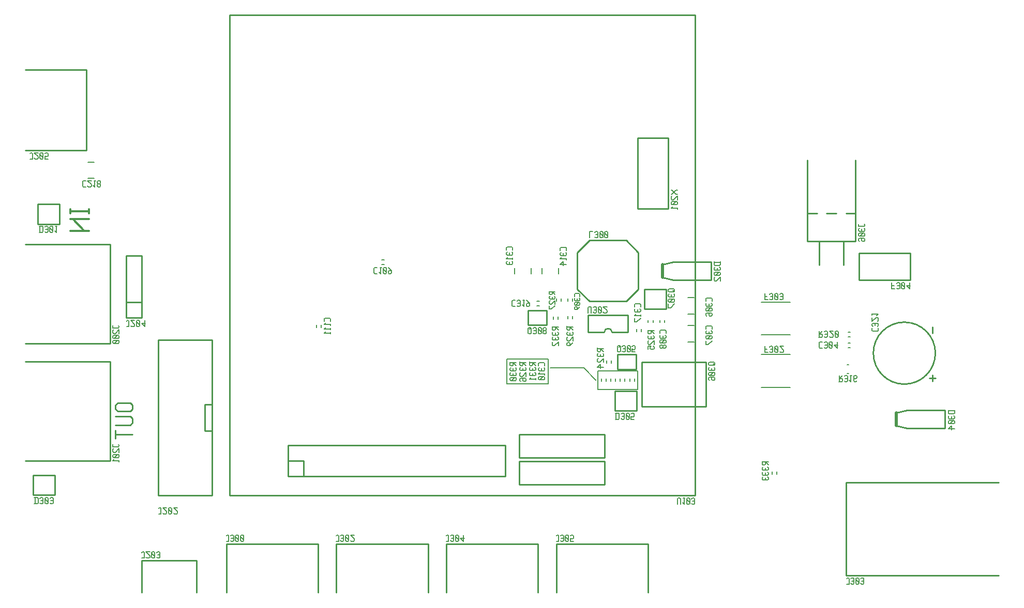
<source format=gbr>
G04 start of page 10 for group -4078 idx -4078 *
G04 Title: Power Board, bottomsilk *
G04 Creator: pcb 20110918 *
G04 CreationDate: Wed 12 Sep 2012 08:57:34 PM GMT UTC *
G04 For: rob *
G04 Format: Gerber/RS-274X *
G04 PCB-Dimensions: 653543 393701 *
G04 PCB-Coordinate-Origin: lower left *
%MOIN*%
%FSLAX25Y25*%
%LNBOTTOMSILK*%
%ADD221C,0.0079*%
%ADD220C,0.0200*%
%ADD219C,0.0080*%
%ADD218C,0.0100*%
%ADD217C,0.0098*%
%ADD216C,0.0119*%
%ADD215C,0.0110*%
%ADD214C,0.0079*%
G54D214*X373425Y156299D02*X381299Y148425D01*
X351772Y156299D02*X373425D01*
X382677Y142520D02*X408071D01*
Y154331D01*
X382677D01*
Y142520D01*
X323819Y146063D02*X350591D01*
Y162008D01*
X323819D01*
Y146063D01*
G54D215*X73038Y133859D02*X81318D01*
X73038D02*X71658Y132479D01*
Y129719D02*Y132479D01*
Y129719D02*X73038Y128339D01*
X81318D01*
X82698Y129719D02*X81318Y128339D01*
X82698Y129719D02*Y132479D01*
X81318Y133859D02*X82698Y132479D01*
X71658Y125027D02*X81318D01*
X82698Y123647D01*
Y120887D02*Y123647D01*
Y120887D02*X81318Y119507D01*
X71658D02*X81318D01*
X71658Y110675D02*Y116195D01*
Y113435D02*X82698D01*
G54D216*X42547Y255879D02*Y258859D01*
Y257369D02*X54467D01*
Y255879D02*Y258859D01*
X42547Y252303D02*X54467D01*
X42547D02*X44037D01*
X51487Y244853D01*
X42547D02*X54467D01*
G54D217*X133742Y174273D02*Y74155D01*
X99096Y174273D02*Y74155D01*
Y174273D02*X133742D01*
X99096Y74155D02*X133742D01*
X129214Y132679D02*X133742D01*
X129214Y115749D02*X133742D01*
X129214Y132679D02*Y115749D01*
G54D218*X21610Y261912D02*X35510D01*
Y249112D01*
X21610D02*X35510D01*
X21610Y261912D02*Y249112D01*
G54D219*X53938Y278544D02*X57874D01*
X53938Y289172D02*X57874D01*
G54D218*X13415Y236155D02*X68190D01*
Y172155D01*
X13415D02*X68190D01*
X88465Y198623D02*Y188623D01*
X78465Y198623D02*X88465D01*
Y188623D02*X78465D01*
X88465Y228623D02*Y188623D01*
X78465Y228623D02*X88465D01*
X78465Y188623D02*Y228623D01*
X18528Y87146D02*X32428D01*
Y74346D01*
X18528D02*X32428D01*
X18528Y87146D02*Y74346D01*
X13415Y160211D02*X68190D01*
Y96211D01*
X13415D02*X68190D01*
G54D217*X88544Y31890D02*X124016D01*
Y11418D01*
X88544Y31890D02*Y11418D01*
X542481Y82325D02*X640906D01*
X542481Y22403D02*X640906D01*
X542481D02*Y82325D01*
G54D219*X543307Y152757D02*X544093D01*
X543307Y158267D02*X544093D01*
G54D214*X543701Y176445D02*X545275D01*
X543701Y179461D02*X545275D01*
G54D218*X598079Y151827D02*Y147827D01*
X596079Y149827D02*X600079D01*
X598079Y182827D02*Y178827D01*
X580079Y145827D02*G75*G03X580079Y145827I0J20000D01*G01*
G54D220*X574901Y127435D02*Y119023D01*
G54D218*Y127435D02*X581901Y129135D01*
X606201D01*
Y117323D01*
X581901D02*X606201D01*
X574901Y119023D02*X581901Y117323D01*
G54D214*X543701Y169359D02*X545275D01*
X543701Y172375D02*X545275D01*
G54D217*X517479Y237914D02*X548661D01*
X517479D02*Y290434D01*
X548661Y237914D02*Y290434D01*
X517479Y256103D02*X523716D01*
X529952D02*X536188D01*
X542424D02*X548661D01*
X525275Y222639D02*Y237914D01*
X540865Y222639D02*Y237914D01*
G54D214*X487992Y198820D02*X506496D01*
X487992Y177560D02*X506496D01*
X487992Y164961D02*X506496D01*
X487992Y143701D02*X506496D01*
G54D221*X494949Y89370D02*Y87796D01*
X497965Y89370D02*Y87796D01*
G54D218*X410801Y131470D02*X452201D01*
X410801Y159970D02*Y131470D01*
Y159970D02*X452201D01*
Y131470D01*
G54D214*X394028Y149374D02*Y147800D01*
X391012Y149374D02*Y147800D01*
G54D218*X395224Y155536D02*X407124D01*
X395224Y164936D02*Y155536D01*
Y164936D02*X407124D01*
Y155536D01*
G54D214*X391272Y161023D02*Y159449D01*
X388256Y161023D02*Y159449D01*
X406232Y149374D02*Y147800D01*
X403216Y149374D02*Y147800D01*
X399933Y149374D02*Y147800D01*
X396917Y149374D02*Y147800D01*
X384712Y149374D02*Y147800D01*
X387728Y149374D02*Y147800D01*
G54D218*X393624Y128640D02*X407524D01*
X393624Y141440D02*Y128640D01*
Y141440D02*X407524D01*
Y128640D01*
G54D217*X550946Y212993D02*X584016D01*
X550946D02*Y230315D01*
X584016D01*
Y212993D02*Y230315D01*
G54D219*X440552Y183661D02*X444488D01*
X440552Y173033D02*X444488D01*
X440552Y201771D02*X444488D01*
X440552Y191143D02*X444488D01*
G54D218*X412620Y207150D02*Y194350D01*
X426520D01*
Y207150D02*Y194350D01*
X412620Y207150D02*X426520D01*
X445276Y384016D02*Y74016D01*
X145276Y384016D02*X445276D01*
X145276D02*Y74016D01*
X445276D01*
X182776Y106516D02*Y86516D01*
Y106516D02*X322776D01*
Y86516D01*
X182776D02*X322776D01*
X182776Y96516D02*X192776D01*
Y86516D01*
X331776Y96016D02*Y81016D01*
Y96016D02*X386776D01*
Y81016D01*
X331776D02*X386776D01*
X331776Y113516D02*Y98516D01*
Y113516D02*X386776D01*
Y98516D01*
X331776D02*X386776D01*
G54D219*X328938Y220865D02*Y216929D01*
X339566Y220865D02*Y216929D01*
G54D218*X401984Y179256D02*X391673D01*
X376362D02*X386673D01*
X401984Y190232D02*Y179256D01*
X376362Y190232D02*X401984D01*
X376362Y179256D02*Y190232D01*
X391673Y179256D02*G75*G03X386673Y179256I-2500J0D01*G01*
G54D214*X363256Y201020D02*Y199446D01*
X366272Y201020D02*Y199446D01*
X343343Y196327D02*X344917D01*
X343343Y199343D02*X344917D01*
X243147Y225918D02*X244721D01*
X243147Y222902D02*X244721D01*
G54D217*X13465Y296851D02*X52835D01*
X13465Y348819D02*X52835D01*
Y296851D02*Y348819D01*
G54D214*X204264Y184020D02*Y182446D01*
X201248Y184020D02*Y182446D01*
G54D218*X213978Y42718D02*Y11222D01*
X273034Y42718D02*Y11222D01*
X213978Y42718D02*X273034D01*
X355707Y42717D02*Y11221D01*
X414763Y42717D02*Y11221D01*
X355707Y42717D02*X414763D01*
G54D217*X408661Y230709D02*X400787Y238583D01*
X408661Y230709D02*Y207087D01*
X400787Y199213D02*X408661Y207087D01*
X377165Y199213D02*X400787D01*
X369291Y207087D02*X377165Y199213D01*
X369291Y230709D02*Y207087D01*
X377165Y238583D02*X369291Y230709D01*
X377165Y238583D02*X400787D01*
G54D218*X143112Y42719D02*Y11223D01*
X202168Y42719D02*Y11223D01*
X143112Y42719D02*X202168D01*
X284843Y42718D02*Y11222D01*
X343899Y42718D02*Y11222D01*
X284843Y42718D02*X343899D01*
G54D217*X427954Y304824D02*Y259154D01*
X408268D02*X427954D01*
X408268Y304824D02*Y259154D01*
Y304824D02*X427954D01*
G54D214*X415027Y187169D02*Y185595D01*
X418043Y187169D02*Y185595D01*
X422508Y187169D02*Y185595D01*
X425524Y187169D02*Y185595D01*
X407547Y181335D02*Y179761D01*
X410563Y181335D02*Y179761D01*
G54D218*X424311Y214692D02*X431311Y212992D01*
X455611D02*X431311D01*
X455611Y224804D02*Y212992D01*
X431311Y224804D02*X455611D01*
X424311Y223104D02*X431311Y224804D01*
G54D220*X424311Y214692D02*Y223104D01*
G54D219*X346458Y220865D02*Y216929D01*
X357086Y220865D02*Y216929D01*
G54D214*X356823Y189406D02*Y187832D01*
X353807Y189406D02*Y187832D01*
X366272Y189603D02*Y188029D01*
X363256Y189603D02*Y188029D01*
X358988Y201020D02*Y199446D01*
X355972Y201020D02*Y199446D01*
G54D218*X337647Y193421D02*Y184021D01*
X349547D01*
Y193421D02*Y184021D01*
X337647Y193421D02*X349547D01*
G54D214*X327638Y232255D02*Y233755D01*
X327138Y234255D02*X327638Y233755D01*
X324138Y234255D02*X327138D01*
X324138D02*X323638Y233755D01*
Y232255D02*Y233755D01*
X324138Y231055D02*X323638Y230555D01*
Y229555D02*Y230555D01*
Y229555D02*X324138Y229055D01*
X327138D01*
X327638Y229555D02*X327138Y229055D01*
X327638Y229555D02*Y230555D01*
X327138Y231055D02*X327638Y230555D01*
X325638Y229055D02*Y230555D01*
X327638Y226355D02*Y227355D01*
X323638Y226855D02*X327638D01*
X324638Y227855D02*X323638Y226855D01*
X324138Y225155D02*X323638Y224655D01*
Y223655D02*Y224655D01*
Y223655D02*X324138Y223155D01*
X327138D01*
X327638Y223655D02*X327138Y223155D01*
X327638Y223655D02*Y224655D01*
X327138Y225155D02*X327638Y224655D01*
X325638Y223155D02*Y224655D01*
X353167Y181178D02*Y183178D01*
Y181178D02*X353667Y180678D01*
X354667D01*
X355167Y181178D02*X354667Y180678D01*
X355167Y181178D02*Y182678D01*
X353167D02*X357167D01*
X355167D02*X357167Y180678D01*
X353667Y179478D02*X353167Y178978D01*
Y177978D02*Y178978D01*
Y177978D02*X353667Y177478D01*
X356667D01*
X357167Y177978D02*X356667Y177478D01*
X357167Y177978D02*Y178978D01*
X356667Y179478D02*X357167Y178978D01*
X355167Y177478D02*Y178978D01*
X353667Y176278D02*X353167Y175778D01*
Y174778D02*Y175778D01*
Y174778D02*X353667Y174278D01*
X356667D01*
X357167Y174778D02*X356667Y174278D01*
X357167Y174778D02*Y175778D01*
X356667Y176278D02*X357167Y175778D01*
X355167Y174278D02*Y175778D01*
X353667Y173078D02*X353167Y172578D01*
Y171078D02*Y172578D01*
Y171078D02*X353667Y170578D01*
X354667D01*
X357167Y173078D02*X354667Y170578D01*
X357167D02*Y173078D01*
X362614Y181232D02*Y183232D01*
Y181232D02*X363114Y180732D01*
X364114D01*
X364614Y181232D02*X364114Y180732D01*
X364614Y181232D02*Y182732D01*
X362614D02*X366614D01*
X364614D02*X366614Y180732D01*
X363114Y179532D02*X362614Y179032D01*
Y178032D02*Y179032D01*
Y178032D02*X363114Y177532D01*
X366114D01*
X366614Y178032D02*X366114Y177532D01*
X366614Y178032D02*Y179032D01*
X366114Y179532D02*X366614Y179032D01*
X364614Y177532D02*Y179032D01*
X363114Y176332D02*X362614Y175832D01*
Y174332D02*Y175832D01*
Y174332D02*X363114Y173832D01*
X364114D01*
X366614Y176332D02*X364114Y173832D01*
X366614D02*Y176332D01*
Y172632D02*X364614Y170632D01*
X363114D02*X364614D01*
X362614Y171132D02*X363114Y170632D01*
X362614Y171132D02*Y172132D01*
X363114Y172632D02*X362614Y172132D01*
X363114Y172632D02*X364114D01*
X364614Y172132D01*
Y170632D02*Y172132D01*
X337647Y178797D02*Y181797D01*
Y178797D02*X338147Y178297D01*
X339147D01*
X339647Y178797D01*
Y181797D01*
X339147Y182297D02*X339647Y181797D01*
X338147Y182297D02*X339147D01*
X337647Y181797D02*X338147Y182297D01*
X338647Y181297D02*X339647Y182297D01*
X340847Y178797D02*X341347Y178297D01*
X342347D01*
X342847Y178797D01*
Y181797D01*
X342347Y182297D02*X342847Y181797D01*
X341347Y182297D02*X342347D01*
X340847Y181797D02*X341347Y182297D01*
Y180297D02*X342847D01*
X344047Y181797D02*X344547Y182297D01*
X344047Y178797D02*Y181797D01*
Y178797D02*X344547Y178297D01*
X345547D01*
X346047Y178797D01*
Y181797D01*
X345547Y182297D02*X346047Y181797D01*
X344547Y182297D02*X345547D01*
X344047Y181297D02*X346047Y179297D01*
X347247Y181797D02*X347747Y182297D01*
X347247Y180797D02*Y181797D01*
Y180797D02*X347747Y180297D01*
X348747D01*
X349247Y180797D01*
Y181797D01*
X348747Y182297D02*X349247Y181797D01*
X347747Y182297D02*X348747D01*
X347247Y179797D02*X347747Y180297D01*
X347247Y178797D02*Y179797D01*
Y178797D02*X347747Y178297D01*
X348747D01*
X349247Y178797D01*
Y179797D01*
X348747Y180297D02*X349247Y179797D01*
X351283Y204092D02*Y205872D01*
Y204092D02*X351728Y203647D01*
X352618D01*
X353063Y204092D02*X352618Y203647D01*
X353063Y204092D02*Y205427D01*
X351283D02*X354843D01*
X353063D02*X354843Y203647D01*
X351728Y202579D02*X351283Y202134D01*
Y201244D02*Y202134D01*
Y201244D02*X351728Y200799D01*
X354398D01*
X354843Y201244D02*X354398Y200799D01*
X354843Y201244D02*Y202134D01*
X354398Y202579D02*X354843Y202134D01*
X353063Y200799D02*Y202134D01*
X351728Y199731D02*X351283Y199286D01*
Y197951D02*Y199286D01*
Y197951D02*X351728Y197506D01*
X352618D01*
X354843Y199731D02*X352618Y197506D01*
X354843D02*Y199731D01*
Y196438D02*X352618Y194213D01*
X351283D02*X352618D01*
X351283D02*Y196438D01*
X327827Y199883D02*X329327D01*
X327327Y199383D02*X327827Y199883D01*
X327327Y196383D02*Y199383D01*
Y196383D02*X327827Y195883D01*
X329327D01*
X330527Y196383D02*X331027Y195883D01*
X332027D01*
X332527Y196383D01*
Y199383D01*
X332027Y199883D02*X332527Y199383D01*
X331027Y199883D02*X332027D01*
X330527Y199383D02*X331027Y199883D01*
Y197883D02*X332527D01*
X334227Y199883D02*X335227D01*
X334727Y195883D02*Y199883D01*
X333727Y196883D02*X334727Y195883D01*
X336427Y199883D02*X338427Y197883D01*
Y196383D02*Y197883D01*
X337927Y195883D02*X338427Y196383D01*
X336927Y195883D02*X337927D01*
X336427Y196383D02*X336927Y195883D01*
X336427Y196383D02*Y197383D01*
X336927Y197883D01*
X338427D01*
X362283Y232056D02*Y233556D01*
X361783Y234056D02*X362283Y233556D01*
X358783Y234056D02*X361783D01*
X358783D02*X358283Y233556D01*
Y232056D02*Y233556D01*
X358783Y230856D02*X358283Y230356D01*
Y229356D02*Y230356D01*
Y229356D02*X358783Y228856D01*
X361783D01*
X362283Y229356D02*X361783Y228856D01*
X362283Y229356D02*Y230356D01*
X361783Y230856D02*X362283Y230356D01*
X360283Y228856D02*Y230356D01*
X362283Y226156D02*Y227156D01*
X358283Y226656D02*X362283D01*
X359283Y227656D02*X358283Y226656D01*
X360283Y224956D02*X358283Y222956D01*
X360283Y222456D02*Y224956D01*
X358283Y222956D02*X362283D01*
X332299Y158272D02*Y160272D01*
Y158272D02*X332799Y157772D01*
X333799D01*
X334299Y158272D02*X333799Y157772D01*
X334299Y158272D02*Y159772D01*
X332299D02*X336299D01*
X334299D02*X336299Y157772D01*
X332799Y156572D02*X332299Y156072D01*
Y155072D02*Y156072D01*
Y155072D02*X332799Y154572D01*
X335799D01*
X336299Y155072D02*X335799Y154572D01*
X336299Y155072D02*Y156072D01*
X335799Y156572D02*X336299Y156072D01*
X334299Y154572D02*Y156072D01*
X332799Y153372D02*X332299Y152872D01*
Y151372D02*Y152872D01*
Y151372D02*X332799Y150872D01*
X333799D01*
X336299Y153372D02*X333799Y150872D01*
X336299D02*Y153372D01*
X332299Y148172D02*X332799Y147672D01*
X332299Y148172D02*Y149172D01*
X332799Y149672D02*X332299Y149172D01*
X332799Y149672D02*X335799D01*
X336299Y149172D01*
X334299Y148172D02*X334799Y147672D01*
X334299Y148172D02*Y149672D01*
X336299Y148172D02*Y149172D01*
Y148172D02*X335799Y147672D01*
X334799D02*X335799D01*
X326001Y158202D02*Y160202D01*
Y158202D02*X326501Y157702D01*
X327501D01*
X328001Y158202D02*X327501Y157702D01*
X328001Y158202D02*Y159702D01*
X326001D02*X330001D01*
X328001D02*X330001Y157702D01*
X326501Y156502D02*X326001Y156002D01*
Y155002D02*Y156002D01*
Y155002D02*X326501Y154502D01*
X329501D01*
X330001Y155002D02*X329501Y154502D01*
X330001Y155002D02*Y156002D01*
X329501Y156502D02*X330001Y156002D01*
X328001Y154502D02*Y156002D01*
X326501Y153302D02*X326001Y152802D01*
Y151802D02*Y152802D01*
Y151802D02*X326501Y151302D01*
X329501D01*
X330001Y151802D02*X329501Y151302D01*
X330001Y151802D02*Y152802D01*
X329501Y153302D02*X330001Y152802D01*
X328001Y151302D02*Y152802D01*
X329501Y150102D02*X330001Y149602D01*
X326501Y150102D02*X329501D01*
X326501D02*X326001Y149602D01*
Y148602D02*Y149602D01*
Y148602D02*X326501Y148102D01*
X329501D01*
X330001Y148602D02*X329501Y148102D01*
X330001Y148602D02*Y149602D01*
X329001Y150102D02*X327001Y148102D01*
X348308Y157681D02*Y159181D01*
X347808Y159681D02*X348308Y159181D01*
X344808Y159681D02*X347808D01*
X344808D02*X344308Y159181D01*
Y157681D02*Y159181D01*
X344808Y156481D02*X344308Y155981D01*
Y154981D02*Y155981D01*
Y154981D02*X344808Y154481D01*
X347808D01*
X348308Y154981D02*X347808Y154481D01*
X348308Y154981D02*Y155981D01*
X347808Y156481D02*X348308Y155981D01*
X346308Y154481D02*Y155981D01*
X348308Y151781D02*Y152781D01*
X344308Y152281D02*X348308D01*
X345308Y153281D02*X344308Y152281D01*
X347808Y150581D02*X348308Y150081D01*
X344808Y150581D02*X347808D01*
X344808D02*X344308Y150081D01*
Y149081D02*Y150081D01*
Y149081D02*X344808Y148581D01*
X347808D01*
X348308Y149081D02*X347808Y148581D01*
X348308Y149081D02*Y150081D01*
X347308Y150581D02*X345308Y148581D01*
X338401Y158271D02*Y160271D01*
Y158271D02*X338901Y157771D01*
X339901D01*
X340401Y158271D02*X339901Y157771D01*
X340401Y158271D02*Y159771D01*
X338401D02*X342401D01*
X340401D02*X342401Y157771D01*
X338901Y156571D02*X338401Y156071D01*
Y155071D02*Y156071D01*
Y155071D02*X338901Y154571D01*
X341901D01*
X342401Y155071D02*X341901Y154571D01*
X342401Y155071D02*Y156071D01*
X341901Y156571D02*X342401Y156071D01*
X340401Y154571D02*Y156071D01*
X338901Y153371D02*X338401Y152871D01*
Y151871D02*Y152871D01*
Y151871D02*X338901Y151371D01*
X341901D01*
X342401Y151871D02*X341901Y151371D01*
X342401Y151871D02*Y152871D01*
X341901Y153371D02*X342401Y152871D01*
X340401Y151371D02*Y152871D01*
X342401Y148671D02*Y149671D01*
X338401Y149171D02*X342401D01*
X339401Y150171D02*X338401Y149171D01*
X370986Y202518D02*Y203853D01*
X370541Y204298D02*X370986Y203853D01*
X367871Y204298D02*X370541D01*
X367871D02*X367426Y203853D01*
Y202518D02*Y203853D01*
X367871Y201450D02*X367426Y201005D01*
Y200115D02*Y201005D01*
Y200115D02*X367871Y199670D01*
X370541D01*
X370986Y200115D02*X370541Y199670D01*
X370986Y200115D02*Y201005D01*
X370541Y201450D02*X370986Y201005D01*
X369206Y199670D02*Y201005D01*
X370541Y198602D02*X370986Y198157D01*
X367871Y198602D02*X370541D01*
X367871D02*X367426Y198157D01*
Y197267D02*Y198157D01*
Y197267D02*X367871Y196822D01*
X370541D01*
X370986Y197267D02*X370541Y196822D01*
X370986Y197267D02*Y198157D01*
X370096Y198602D02*X368316Y196822D01*
X370986Y195754D02*X369206Y193974D01*
X367871D02*X369206D01*
X367426Y194419D02*X367871Y193974D01*
X367426Y194419D02*Y195309D01*
X367871Y195754D02*X367426Y195309D01*
X367871Y195754D02*X368761D01*
X369206Y195309D01*
Y193974D02*Y195309D01*
X542912Y16749D02*X544412D01*
Y20249D01*
X543912Y20749D02*X544412Y20249D01*
X543412Y20749D02*X543912D01*
X542912Y20249D02*X543412Y20749D01*
X545612Y17249D02*X546112Y16749D01*
X547112D01*
X547612Y17249D01*
Y20249D01*
X547112Y20749D02*X547612Y20249D01*
X546112Y20749D02*X547112D01*
X545612Y20249D02*X546112Y20749D01*
Y18749D02*X547612D01*
X548812Y20249D02*X549312Y20749D01*
X548812Y17249D02*Y20249D01*
Y17249D02*X549312Y16749D01*
X550312D01*
X550812Y17249D01*
Y20249D01*
X550312Y20749D02*X550812Y20249D01*
X549312Y20749D02*X550312D01*
X548812Y19749D02*X550812Y17749D01*
X552012Y17249D02*X552512Y16749D01*
X553512D01*
X554012Y17249D01*
Y20249D01*
X553512Y20749D02*X554012Y20249D01*
X552512Y20749D02*X553512D01*
X552012Y20249D02*X552512Y20749D01*
Y18749D02*X554012D01*
X608428Y128634D02*X612428D01*
X608428Y127134D02*X608928Y126634D01*
X611928D01*
X612428Y127134D02*X611928Y126634D01*
X612428Y127134D02*Y129134D01*
X608428Y127134D02*Y129134D01*
X608928Y125434D02*X608428Y124934D01*
Y123934D02*Y124934D01*
Y123934D02*X608928Y123434D01*
X611928D01*
X612428Y123934D02*X611928Y123434D01*
X612428Y123934D02*Y124934D01*
X611928Y125434D02*X612428Y124934D01*
X610428Y123434D02*Y124934D01*
X611928Y122234D02*X612428Y121734D01*
X608928Y122234D02*X611928D01*
X608928D02*X608428Y121734D01*
Y120734D02*Y121734D01*
Y120734D02*X608928Y120234D01*
X611928D01*
X612428Y120734D02*X611928Y120234D01*
X612428Y120734D02*Y121734D01*
X611428Y122234D02*X609428Y120234D01*
X610428Y119034D02*X608428Y117034D01*
X610428Y116534D02*Y119034D01*
X608428Y117034D02*X612428D01*
X537795Y147458D02*X539795D01*
X540295Y147958D01*
Y148958D01*
X539795Y149458D02*X540295Y148958D01*
X538295Y149458D02*X539795D01*
X538295Y147458D02*Y151458D01*
Y149458D02*X540295Y151458D01*
X541495Y147958D02*X541995Y147458D01*
X542995D01*
X543495Y147958D01*
Y150958D01*
X542995Y151458D02*X543495Y150958D01*
X541995Y151458D02*X542995D01*
X541495Y150958D02*X541995Y151458D01*
Y149458D02*X543495D01*
X545195Y151458D02*X546195D01*
X545695Y147458D02*Y151458D01*
X544695Y148458D02*X545695Y147458D01*
X548895D02*X549395Y147958D01*
X547895Y147458D02*X548895D01*
X547395Y147958D02*X547895Y147458D01*
X547395Y147958D02*Y150958D01*
X547895Y151458D01*
X548895Y149458D02*X549395Y149958D01*
X547395Y149458D02*X548895D01*
X547895Y151458D02*X548895D01*
X549395Y150958D01*
Y149958D02*Y150958D01*
X571891Y207302D02*Y211302D01*
Y207302D02*X573891D01*
X571891Y209302D02*X573391D01*
X575091Y207802D02*X575591Y207302D01*
X576591D01*
X577091Y207802D01*
Y210802D01*
X576591Y211302D02*X577091Y210802D01*
X575591Y211302D02*X576591D01*
X575091Y210802D02*X575591Y211302D01*
Y209302D02*X577091D01*
X578291Y210802D02*X578791Y211302D01*
X578291Y207802D02*Y210802D01*
Y207802D02*X578791Y207302D01*
X579791D01*
X580291Y207802D01*
Y210802D01*
X579791Y211302D02*X580291Y210802D01*
X578791Y211302D02*X579791D01*
X578291Y210302D02*X580291Y208302D01*
X581491Y209302D02*X583491Y207302D01*
X581491Y209302D02*X583991D01*
X583491Y207302D02*Y211302D01*
X559252Y180422D02*Y181922D01*
X559752Y179922D02*X559252Y180422D01*
X559752Y179922D02*X562752D01*
X563252Y180422D01*
Y181922D01*
X562752Y183122D02*X563252Y183622D01*
Y184622D01*
X562752Y185122D01*
X559752D02*X562752D01*
X559252Y184622D02*X559752Y185122D01*
X559252Y183622D02*Y184622D01*
X559752Y183122D02*X559252Y183622D01*
X561252D02*Y185122D01*
X562752Y186322D02*X563252Y186822D01*
Y188322D01*
X562752Y188822D01*
X561752D02*X562752D01*
X559252Y186322D02*X561752Y188822D01*
X559252Y186322D02*Y188822D01*
Y190522D02*Y191522D01*
Y191022D02*X563252D01*
X562252Y190022D02*X563252Y191022D01*
X550605Y247633D02*Y249133D01*
Y247633D02*X554105D01*
X554605Y248133D02*X554105Y247633D01*
X554605Y248133D02*Y248633D01*
X554105Y249133D02*X554605Y248633D01*
X551105Y246433D02*X550605Y245933D01*
Y244933D02*Y245933D01*
Y244933D02*X551105Y244433D01*
X554105D01*
X554605Y244933D02*X554105Y244433D01*
X554605Y244933D02*Y245933D01*
X554105Y246433D02*X554605Y245933D01*
X552605Y244433D02*Y245933D01*
X554105Y243233D02*X554605Y242733D01*
X551105Y243233D02*X554105D01*
X551105D02*X550605Y242733D01*
Y241733D02*Y242733D01*
Y241733D02*X551105Y241233D01*
X554105D01*
X554605Y241733D02*X554105Y241233D01*
X554605Y241733D02*Y242733D01*
X553605Y243233D02*X551605Y241233D01*
X550605Y238533D02*X551105Y238033D01*
X550605Y238533D02*Y239533D01*
X551105Y240033D02*X550605Y239533D01*
X551105Y240033D02*X554105D01*
X554605Y239533D01*
X552605Y238533D02*X553105Y238033D01*
X552605Y238533D02*Y240033D01*
X554605Y238533D02*Y239533D01*
Y238533D02*X554105Y238033D01*
X553105D02*X554105D01*
X78781Y182915D02*X80281D01*
Y186415D01*
X79781Y186915D02*X80281Y186415D01*
X79281Y186915D02*X79781D01*
X78781Y186415D02*X79281Y186915D01*
X81481Y183415D02*X81981Y182915D01*
X83481D01*
X83981Y183415D01*
Y184415D01*
X81481Y186915D02*X83981Y184415D01*
X81481Y186915D02*X83981D01*
X85181Y186415D02*X85681Y186915D01*
X85181Y183415D02*Y186415D01*
Y183415D02*X85681Y182915D01*
X86681D01*
X87181Y183415D01*
Y186415D01*
X86681Y186915D02*X87181Y186415D01*
X85681Y186915D02*X86681D01*
X85181Y185915D02*X87181Y183915D01*
X88381Y184915D02*X90381Y182915D01*
X88381Y184915D02*X90881D01*
X90381Y182915D02*Y186915D01*
X22897Y243781D02*Y247781D01*
X24397Y243781D02*X24897Y244281D01*
Y247281D01*
X24397Y247781D02*X24897Y247281D01*
X22397Y247781D02*X24397D01*
X22397Y243781D02*X24397D01*
X26097Y244281D02*X26597Y243781D01*
X27597D01*
X28097Y244281D01*
Y247281D01*
X27597Y247781D02*X28097Y247281D01*
X26597Y247781D02*X27597D01*
X26097Y247281D02*X26597Y247781D01*
Y245781D02*X28097D01*
X29297Y247281D02*X29797Y247781D01*
X29297Y244281D02*Y247281D01*
Y244281D02*X29797Y243781D01*
X30797D01*
X31297Y244281D01*
Y247281D01*
X30797Y247781D02*X31297Y247281D01*
X29797Y247781D02*X30797D01*
X29297Y246781D02*X31297Y244781D01*
X32997Y247781D02*X33997D01*
X33497Y243781D02*Y247781D01*
X32497Y244781D02*X33497Y243781D01*
X69938Y182199D02*Y183699D01*
Y182199D02*X73438D01*
X73938Y182699D02*X73438Y182199D01*
X73938Y182699D02*Y183199D01*
X73438Y183699D02*X73938Y183199D01*
X70438Y180999D02*X69938Y180499D01*
Y178999D02*Y180499D01*
Y178999D02*X70438Y178499D01*
X71438D01*
X73938Y180999D02*X71438Y178499D01*
X73938D02*Y180999D01*
X73438Y177299D02*X73938Y176799D01*
X70438Y177299D02*X73438D01*
X70438D02*X69938Y176799D01*
Y175799D02*Y176799D01*
Y175799D02*X70438Y175299D01*
X73438D01*
X73938Y175799D02*X73438Y175299D01*
X73938Y175799D02*Y176799D01*
X72938Y177299D02*X70938Y175299D01*
X73438Y174099D02*X73938Y173599D01*
X70438Y174099D02*X73438D01*
X70438D02*X69938Y173599D01*
Y172599D02*Y173599D01*
Y172599D02*X70438Y172099D01*
X73438D01*
X73938Y172599D02*X73438Y172099D01*
X73938Y172599D02*Y173599D01*
X72938Y174099D02*X70938Y172099D01*
X69979Y105427D02*Y106927D01*
Y105427D02*X73479D01*
X73979Y105927D02*X73479Y105427D01*
X73979Y105927D02*Y106427D01*
X73479Y106927D02*X73979Y106427D01*
X70479Y104227D02*X69979Y103727D01*
Y102227D02*Y103727D01*
Y102227D02*X70479Y101727D01*
X71479D01*
X73979Y104227D02*X71479Y101727D01*
X73979D02*Y104227D01*
X73479Y100527D02*X73979Y100027D01*
X70479Y100527D02*X73479D01*
X70479D02*X69979Y100027D01*
Y99027D02*Y100027D01*
Y99027D02*X70479Y98527D01*
X73479D01*
X73979Y99027D02*X73479Y98527D01*
X73979Y99027D02*Y100027D01*
X72979Y100527D02*X70979Y98527D01*
X73979Y95827D02*Y96827D01*
X69979Y96327D02*X73979D01*
X70979Y97327D02*X69979Y96327D01*
X19816Y68621D02*Y72621D01*
X21316Y68621D02*X21816Y69121D01*
Y72121D01*
X21316Y72621D02*X21816Y72121D01*
X19316Y72621D02*X21316D01*
X19316Y68621D02*X21316D01*
X23016Y69121D02*X23516Y68621D01*
X24516D01*
X25016Y69121D01*
Y72121D01*
X24516Y72621D02*X25016Y72121D01*
X23516Y72621D02*X24516D01*
X23016Y72121D02*X23516Y72621D01*
Y70621D02*X25016D01*
X26216Y72121D02*X26716Y72621D01*
X26216Y69121D02*Y72121D01*
Y69121D02*X26716Y68621D01*
X27716D01*
X28216Y69121D01*
Y72121D01*
X27716Y72621D02*X28216Y72121D01*
X26716Y72621D02*X27716D01*
X26216Y71621D02*X28216Y69621D01*
X29416Y69121D02*X29916Y68621D01*
X30916D01*
X31416Y69121D01*
Y72121D01*
X30916Y72621D02*X31416Y72121D01*
X29916Y72621D02*X30916D01*
X29416Y72121D02*X29916Y72621D01*
Y70621D02*X31416D01*
X213975Y44503D02*X215475D01*
Y48003D01*
X214975Y48503D02*X215475Y48003D01*
X214475Y48503D02*X214975D01*
X213975Y48003D02*X214475Y48503D01*
X216675Y45003D02*X217175Y44503D01*
X218175D01*
X218675Y45003D01*
Y48003D01*
X218175Y48503D02*X218675Y48003D01*
X217175Y48503D02*X218175D01*
X216675Y48003D02*X217175Y48503D01*
Y46503D02*X218675D01*
X219875Y48003D02*X220375Y48503D01*
X219875Y45003D02*Y48003D01*
Y45003D02*X220375Y44503D01*
X221375D01*
X221875Y45003D01*
Y48003D01*
X221375Y48503D02*X221875Y48003D01*
X220375Y48503D02*X221375D01*
X219875Y47503D02*X221875Y45503D01*
X223075Y45003D02*X223575Y44503D01*
X225075D01*
X225575Y45003D01*
Y46003D01*
X223075Y48503D02*X225575Y46003D01*
X223075Y48503D02*X225575D01*
X238849Y221142D02*X240349D01*
X238349Y220642D02*X238849Y221142D01*
X238349Y217642D02*Y220642D01*
Y217642D02*X238849Y217142D01*
X240349D01*
X242049Y221142D02*X243049D01*
X242549Y217142D02*Y221142D01*
X241549Y218142D02*X242549Y217142D01*
X244249Y220642D02*X244749Y221142D01*
X244249Y217642D02*Y220642D01*
Y217642D02*X244749Y217142D01*
X245749D01*
X246249Y217642D01*
Y220642D01*
X245749Y221142D02*X246249Y220642D01*
X244749Y221142D02*X245749D01*
X244249Y220142D02*X246249Y218142D01*
X247449Y221142D02*X249449Y219142D01*
Y217642D02*Y219142D01*
X248949Y217142D02*X249449Y217642D01*
X247949Y217142D02*X248949D01*
X247449Y217642D02*X247949Y217142D01*
X247449Y217642D02*Y218642D01*
X247949Y219142D01*
X249449D01*
X210119Y186420D02*Y187920D01*
X209619Y188420D02*X210119Y187920D01*
X206619Y188420D02*X209619D01*
X206619D02*X206119Y187920D01*
Y186420D02*Y187920D01*
X210119Y183720D02*Y184720D01*
X206119Y184220D02*X210119D01*
X207119Y185220D02*X206119Y184220D01*
X210119Y181020D02*Y182020D01*
X206119Y181520D02*X210119D01*
X207119Y182520D02*X206119Y181520D01*
X210119Y178320D02*Y179320D01*
X206119Y178820D02*X210119D01*
X207119Y179820D02*X206119Y178820D01*
X143108Y44503D02*X144608D01*
Y48003D01*
X144108Y48503D02*X144608Y48003D01*
X143608Y48503D02*X144108D01*
X143108Y48003D02*X143608Y48503D01*
X145808Y45003D02*X146308Y44503D01*
X147308D01*
X147808Y45003D01*
Y48003D01*
X147308Y48503D02*X147808Y48003D01*
X146308Y48503D02*X147308D01*
X145808Y48003D02*X146308Y48503D01*
Y46503D02*X147808D01*
X149008Y48003D02*X149508Y48503D01*
X149008Y45003D02*Y48003D01*
Y45003D02*X149508Y44503D01*
X150508D01*
X151008Y45003D01*
Y48003D01*
X150508Y48503D02*X151008Y48003D01*
X149508Y48503D02*X150508D01*
X149008Y47503D02*X151008Y45503D01*
X152208Y48003D02*X152708Y48503D01*
X152208Y45003D02*Y48003D01*
Y45003D02*X152708Y44503D01*
X153708D01*
X154208Y45003D01*
Y48003D01*
X153708Y48503D02*X154208Y48003D01*
X152708Y48503D02*X153708D01*
X152208Y47503D02*X154208Y45503D01*
X99446Y62141D02*X100946D01*
Y65641D01*
X100446Y66141D02*X100946Y65641D01*
X99946Y66141D02*X100446D01*
X99446Y65641D02*X99946Y66141D01*
X102146Y62641D02*X102646Y62141D01*
X104146D01*
X104646Y62641D01*
Y63641D01*
X102146Y66141D02*X104646Y63641D01*
X102146Y66141D02*X104646D01*
X105846Y65641D02*X106346Y66141D01*
X105846Y62641D02*Y65641D01*
Y62641D02*X106346Y62141D01*
X107346D01*
X107846Y62641D01*
Y65641D01*
X107346Y66141D02*X107846Y65641D01*
X106346Y66141D02*X107346D01*
X105846Y65141D02*X107846Y63141D01*
X109046Y62641D02*X109546Y62141D01*
X111046D01*
X111546Y62641D01*
Y63641D01*
X109046Y66141D02*X111546Y63641D01*
X109046Y66141D02*X111546D01*
X88601Y33677D02*X90101D01*
Y37177D01*
X89601Y37677D02*X90101Y37177D01*
X89101Y37677D02*X89601D01*
X88601Y37177D02*X89101Y37677D01*
X91301Y34177D02*X91801Y33677D01*
X93301D01*
X93801Y34177D01*
Y35177D01*
X91301Y37677D02*X93801Y35177D01*
X91301Y37677D02*X93801D01*
X95001Y37177D02*X95501Y37677D01*
X95001Y34177D02*Y37177D01*
Y34177D02*X95501Y33677D01*
X96501D01*
X97001Y34177D01*
Y37177D01*
X96501Y37677D02*X97001Y37177D01*
X95501Y37677D02*X96501D01*
X95001Y36677D02*X97001Y34677D01*
X98201Y34177D02*X98701Y33677D01*
X99701D01*
X100201Y34177D01*
Y37177D01*
X99701Y37677D02*X100201Y37177D01*
X98701Y37677D02*X99701D01*
X98201Y37177D02*X98701Y37677D01*
Y35677D02*X100201D01*
X16537Y291158D02*X18037D01*
Y294658D01*
X17537Y295158D02*X18037Y294658D01*
X17037Y295158D02*X17537D01*
X16537Y294658D02*X17037Y295158D01*
X19237Y291658D02*X19737Y291158D01*
X21237D01*
X21737Y291658D01*
Y292658D01*
X19237Y295158D02*X21737Y292658D01*
X19237Y295158D02*X21737D01*
X22937Y294658D02*X23437Y295158D01*
X22937Y291658D02*Y294658D01*
Y291658D02*X23437Y291158D01*
X24437D01*
X24937Y291658D01*
Y294658D01*
X24437Y295158D02*X24937Y294658D01*
X23437Y295158D02*X24437D01*
X22937Y294158D02*X24937Y292158D01*
X26137Y291158D02*X28137D01*
X26137D02*Y293158D01*
X26637Y292658D01*
X27637D01*
X28137Y293158D01*
Y294658D01*
X27637Y295158D02*X28137Y294658D01*
X26637Y295158D02*X27637D01*
X26137Y294658D02*X26637Y295158D01*
X50893Y277047D02*X52393D01*
X50393Y276547D02*X50893Y277047D01*
X50393Y273547D02*Y276547D01*
Y273547D02*X50893Y273047D01*
X52393D01*
X53593Y273547D02*X54093Y273047D01*
X55593D01*
X56093Y273547D01*
Y274547D01*
X53593Y277047D02*X56093Y274547D01*
X53593Y277047D02*X56093D01*
X57793D02*X58793D01*
X58293Y273047D02*Y277047D01*
X57293Y274047D02*X58293Y273047D01*
X59993Y276547D02*X60493Y277047D01*
X59993Y275547D02*Y276547D01*
Y275547D02*X60493Y275047D01*
X61493D01*
X61993Y275547D01*
Y276547D01*
X61493Y277047D02*X61993Y276547D01*
X60493Y277047D02*X61493D01*
X59993Y274547D02*X60493Y275047D01*
X59993Y273547D02*Y274547D01*
Y273547D02*X60493Y273047D01*
X61493D01*
X61993Y273547D01*
Y274547D01*
X61493Y275047D02*X61993Y274547D01*
X429741Y270966D02*X430241D01*
X432741Y268466D01*
X433741D01*
X432741Y270966D02*X433741D01*
X432741D02*X430241Y268466D01*
X429741D02*X430241D01*
Y267266D02*X429741Y266766D01*
Y265266D02*Y266766D01*
Y265266D02*X430241Y264766D01*
X431241D01*
X433741Y267266D02*X431241Y264766D01*
X433741D02*Y267266D01*
X433241Y263566D02*X433741Y263066D01*
X430241Y263566D02*X433241D01*
X430241D02*X429741Y263066D01*
Y262066D02*Y263066D01*
Y262066D02*X430241Y261566D01*
X433241D01*
X433741Y262066D02*X433241Y261566D01*
X433741Y262066D02*Y263066D01*
X432741Y263566D02*X430741Y261566D01*
X433741Y258866D02*Y259866D01*
X429741Y259366D02*X433741D01*
X430741Y260366D02*X429741Y259366D01*
X377364Y240371D02*Y244371D01*
X379364D01*
X380564Y240871D02*X381064Y240371D01*
X382064D01*
X382564Y240871D01*
Y243871D01*
X382064Y244371D02*X382564Y243871D01*
X381064Y244371D02*X382064D01*
X380564Y243871D02*X381064Y244371D01*
Y242371D02*X382564D01*
X383764Y243871D02*X384264Y244371D01*
X383764Y240871D02*Y243871D01*
Y240871D02*X384264Y240371D01*
X385264D01*
X385764Y240871D01*
Y243871D01*
X385264Y244371D02*X385764Y243871D01*
X384264Y244371D02*X385264D01*
X383764Y243371D02*X385764Y241371D01*
X386964Y243871D02*X387464Y244371D01*
X386964Y240871D02*Y243871D01*
Y240871D02*X387464Y240371D01*
X388464D01*
X388964Y240871D01*
Y243871D01*
X388464Y244371D02*X388964Y243871D01*
X387464Y244371D02*X388464D01*
X386964Y243371D02*X388964Y241371D01*
X433858Y68323D02*Y71823D01*
X434358Y72323D01*
X435358D01*
X435858Y71823D01*
Y68323D02*Y71823D01*
X437558Y72323D02*X438558D01*
X438058Y68323D02*Y72323D01*
X437058Y69323D02*X438058Y68323D01*
X439758Y71823D02*X440258Y72323D01*
X439758Y68823D02*Y71823D01*
Y68823D02*X440258Y68323D01*
X441258D01*
X441758Y68823D01*
Y71823D01*
X441258Y72323D02*X441758Y71823D01*
X440258Y72323D02*X441258D01*
X439758Y71323D02*X441758Y69323D01*
X442958Y68823D02*X443458Y68323D01*
X444458D01*
X444958Y68823D01*
Y71823D01*
X444458Y72323D02*X444958Y71823D01*
X443458Y72323D02*X444458D01*
X442958Y71823D02*X443458Y72323D01*
Y70323D02*X444958D01*
X284842Y44503D02*X286342D01*
Y48003D01*
X285842Y48503D02*X286342Y48003D01*
X285342Y48503D02*X285842D01*
X284842Y48003D02*X285342Y48503D01*
X287542Y45003D02*X288042Y44503D01*
X289042D01*
X289542Y45003D01*
Y48003D01*
X289042Y48503D02*X289542Y48003D01*
X288042Y48503D02*X289042D01*
X287542Y48003D02*X288042Y48503D01*
Y46503D02*X289542D01*
X290742Y48003D02*X291242Y48503D01*
X290742Y45003D02*Y48003D01*
Y45003D02*X291242Y44503D01*
X292242D01*
X292742Y45003D01*
Y48003D01*
X292242Y48503D02*X292742Y48003D01*
X291242Y48503D02*X292242D01*
X290742Y47503D02*X292742Y45503D01*
X293942Y46503D02*X295942Y44503D01*
X293942Y46503D02*X296442D01*
X295942Y44503D02*Y48503D01*
X355710Y44504D02*X357210D01*
Y48004D01*
X356710Y48504D02*X357210Y48004D01*
X356210Y48504D02*X356710D01*
X355710Y48004D02*X356210Y48504D01*
X358410Y45004D02*X358910Y44504D01*
X359910D01*
X360410Y45004D01*
Y48004D01*
X359910Y48504D02*X360410Y48004D01*
X358910Y48504D02*X359910D01*
X358410Y48004D02*X358910Y48504D01*
Y46504D02*X360410D01*
X361610Y48004D02*X362110Y48504D01*
X361610Y45004D02*Y48004D01*
Y45004D02*X362110Y44504D01*
X363110D01*
X363610Y45004D01*
Y48004D01*
X363110Y48504D02*X363610Y48004D01*
X362110Y48504D02*X363110D01*
X361610Y47504D02*X363610Y45504D01*
X364810Y44504D02*X366810D01*
X364810D02*Y46504D01*
X365310Y46004D01*
X366310D01*
X366810Y46504D01*
Y48004D01*
X366310Y48504D02*X366810Y48004D01*
X365310Y48504D02*X366310D01*
X364810Y48004D02*X365310Y48504D01*
X525697Y173111D02*X527197D01*
X525197Y172611D02*X525697Y173111D01*
X525197Y169611D02*Y172611D01*
Y169611D02*X525697Y169111D01*
X527197D01*
X528397Y169611D02*X528897Y169111D01*
X529897D01*
X530397Y169611D01*
Y172611D01*
X529897Y173111D02*X530397Y172611D01*
X528897Y173111D02*X529897D01*
X528397Y172611D02*X528897Y173111D01*
Y171111D02*X530397D01*
X531597Y172611D02*X532097Y173111D01*
X531597Y169611D02*Y172611D01*
Y169611D02*X532097Y169111D01*
X533097D01*
X533597Y169611D01*
Y172611D01*
X533097Y173111D02*X533597Y172611D01*
X532097Y173111D02*X533097D01*
X531597Y172111D02*X533597Y170111D01*
X534797Y171111D02*X536797Y169111D01*
X534797Y171111D02*X537297D01*
X536797Y169111D02*Y173111D01*
X490158Y166354D02*Y170354D01*
Y166354D02*X492158D01*
X490158Y168354D02*X491658D01*
X493358Y166854D02*X493858Y166354D01*
X494858D01*
X495358Y166854D01*
Y169854D01*
X494858Y170354D02*X495358Y169854D01*
X493858Y170354D02*X494858D01*
X493358Y169854D02*X493858Y170354D01*
Y168354D02*X495358D01*
X496558Y169854D02*X497058Y170354D01*
X496558Y166854D02*Y169854D01*
Y166854D02*X497058Y166354D01*
X498058D01*
X498558Y166854D01*
Y169854D01*
X498058Y170354D02*X498558Y169854D01*
X497058Y170354D02*X498058D01*
X496558Y169354D02*X498558Y167354D01*
X499758Y166854D02*X500258Y166354D01*
X501758D01*
X502258Y166854D01*
Y167854D01*
X499758Y170354D02*X502258Y167854D01*
X499758Y170354D02*X502258D01*
X524803Y176197D02*X526803D01*
X527303Y176697D01*
Y177697D01*
X526803Y178197D02*X527303Y177697D01*
X525303Y178197D02*X526803D01*
X525303Y176197D02*Y180197D01*
Y178197D02*X527303Y180197D01*
X528503Y176697D02*X529003Y176197D01*
X530003D01*
X530503Y176697D01*
Y179697D01*
X530003Y180197D02*X530503Y179697D01*
X529003Y180197D02*X530003D01*
X528503Y179697D02*X529003Y180197D01*
Y178197D02*X530503D01*
X531703Y176697D02*X532203Y176197D01*
X533703D01*
X534203Y176697D01*
Y177697D01*
X531703Y180197D02*X534203Y177697D01*
X531703Y180197D02*X534203D01*
X535403Y179697D02*X535903Y180197D01*
X535403Y176697D02*Y179697D01*
Y176697D02*X535903Y176197D01*
X536903D01*
X537403Y176697D01*
Y179697D01*
X536903Y180197D02*X537403Y179697D01*
X535903Y180197D02*X536903D01*
X535403Y179197D02*X537403Y177197D01*
X490157Y200212D02*Y204212D01*
Y200212D02*X492157D01*
X490157Y202212D02*X491657D01*
X493357Y200712D02*X493857Y200212D01*
X494857D01*
X495357Y200712D01*
Y203712D01*
X494857Y204212D02*X495357Y203712D01*
X493857Y204212D02*X494857D01*
X493357Y203712D02*X493857Y204212D01*
Y202212D02*X495357D01*
X496557Y203712D02*X497057Y204212D01*
X496557Y200712D02*Y203712D01*
Y200712D02*X497057Y200212D01*
X498057D01*
X498557Y200712D01*
Y203712D01*
X498057Y204212D02*X498557Y203712D01*
X497057Y204212D02*X498057D01*
X496557Y203212D02*X498557Y201212D01*
X499757Y200712D02*X500257Y200212D01*
X501257D01*
X501757Y200712D01*
Y203712D01*
X501257Y204212D02*X501757Y203712D01*
X500257Y204212D02*X501257D01*
X499757Y203712D02*X500257Y204212D01*
Y202212D02*X501757D01*
X454492Y159880D02*X457492D01*
X454492D02*X453992Y159380D01*
Y158380D02*Y159380D01*
Y158380D02*X454492Y157880D01*
X457492D01*
X457992Y158380D02*X457492Y157880D01*
X457992Y158380D02*Y159380D01*
X457492Y159880D02*X457992Y159380D01*
X456992Y158880D02*X457992Y157880D01*
X454492Y156680D02*X453992Y156180D01*
Y155180D02*Y156180D01*
Y155180D02*X454492Y154680D01*
X457492D01*
X457992Y155180D02*X457492Y154680D01*
X457992Y155180D02*Y156180D01*
X457492Y156680D02*X457992Y156180D01*
X455992Y154680D02*Y156180D01*
X457492Y153480D02*X457992Y152980D01*
X454492Y153480D02*X457492D01*
X454492D02*X453992Y152980D01*
Y151980D02*Y152980D01*
Y151980D02*X454492Y151480D01*
X457492D01*
X457992Y151980D02*X457492Y151480D01*
X457992Y151980D02*Y152980D01*
X456992Y153480D02*X454992Y151480D01*
X453992Y148780D02*X454492Y148280D01*
X453992Y148780D02*Y149780D01*
X454492Y150280D02*X453992Y149780D01*
X454492Y150280D02*X457492D01*
X457992Y149780D01*
X455992Y148780D02*X456492Y148280D01*
X455992Y148780D02*Y150280D01*
X457992Y148780D02*Y149780D01*
Y148780D02*X457492Y148280D01*
X456492D02*X457492D01*
X456182Y181465D02*Y182965D01*
X455682Y183465D02*X456182Y182965D01*
X452682Y183465D02*X455682D01*
X452682D02*X452182Y182965D01*
Y181465D02*Y182965D01*
X452682Y180265D02*X452182Y179765D01*
Y178765D02*Y179765D01*
Y178765D02*X452682Y178265D01*
X455682D01*
X456182Y178765D02*X455682Y178265D01*
X456182Y178765D02*Y179765D01*
X455682Y180265D02*X456182Y179765D01*
X454182Y178265D02*Y179765D01*
X455682Y177065D02*X456182Y176565D01*
X452682Y177065D02*X455682D01*
X452682D02*X452182Y176565D01*
Y175565D02*Y176565D01*
Y175565D02*X452682Y175065D01*
X455682D01*
X456182Y175565D02*X455682Y175065D01*
X456182Y175565D02*Y176565D01*
X455182Y177065D02*X453182Y175065D01*
X456182Y173865D02*X453682Y171365D01*
X452182D02*X453682D01*
X452182D02*Y173865D01*
X488402Y94063D02*Y96063D01*
Y94063D02*X488902Y93563D01*
X489902D01*
X490402Y94063D02*X489902Y93563D01*
X490402Y94063D02*Y95563D01*
X488402D02*X492402D01*
X490402D02*X492402Y93563D01*
X488902Y92363D02*X488402Y91863D01*
Y90863D02*Y91863D01*
Y90863D02*X488902Y90363D01*
X491902D01*
X492402Y90863D02*X491902Y90363D01*
X492402Y90863D02*Y91863D01*
X491902Y92363D02*X492402Y91863D01*
X490402Y90363D02*Y91863D01*
X488902Y89163D02*X488402Y88663D01*
Y87663D02*Y88663D01*
Y87663D02*X488902Y87163D01*
X491902D01*
X492402Y87663D02*X491902Y87163D01*
X492402Y87663D02*Y88663D01*
X491902Y89163D02*X492402Y88663D01*
X490402Y87163D02*Y88663D01*
X488902Y85963D02*X488402Y85463D01*
Y84463D02*Y85463D01*
Y84463D02*X488902Y83963D01*
X491902D01*
X492402Y84463D02*X491902Y83963D01*
X492402Y84463D02*Y85463D01*
X491902Y85963D02*X492402Y85463D01*
X490402Y83963D02*Y85463D01*
X394354Y123111D02*Y127111D01*
X395854Y123111D02*X396354Y123611D01*
Y126611D01*
X395854Y127111D02*X396354Y126611D01*
X393854Y127111D02*X395854D01*
X393854Y123111D02*X395854D01*
X397554Y123611D02*X398054Y123111D01*
X399054D01*
X399554Y123611D01*
Y126611D01*
X399054Y127111D02*X399554Y126611D01*
X398054Y127111D02*X399054D01*
X397554Y126611D02*X398054Y127111D01*
Y125111D02*X399554D01*
X400754Y126611D02*X401254Y127111D01*
X400754Y123611D02*Y126611D01*
Y123611D02*X401254Y123111D01*
X402254D01*
X402754Y123611D01*
Y126611D01*
X402254Y127111D02*X402754Y126611D01*
X401254Y127111D02*X402254D01*
X400754Y126111D02*X402754Y124111D01*
X403954Y123111D02*X405954D01*
X403954D02*Y125111D01*
X404454Y124611D01*
X405454D01*
X405954Y125111D01*
Y126611D01*
X405454Y127111D02*X405954Y126611D01*
X404454Y127111D02*X405454D01*
X403954Y126611D02*X404454Y127111D01*
X414779Y178870D02*Y180870D01*
Y178870D02*X415279Y178370D01*
X416279D01*
X416779Y178870D02*X416279Y178370D01*
X416779Y178870D02*Y180370D01*
X414779D02*X418779D01*
X416779D02*X418779Y178370D01*
X415279Y177170D02*X414779Y176670D01*
Y175670D02*Y176670D01*
Y175670D02*X415279Y175170D01*
X418279D01*
X418779Y175670D02*X418279Y175170D01*
X418779Y175670D02*Y176670D01*
X418279Y177170D02*X418779Y176670D01*
X416779Y175170D02*Y176670D01*
X415279Y173970D02*X414779Y173470D01*
Y171970D02*Y173470D01*
Y171970D02*X415279Y171470D01*
X416279D01*
X418779Y173970D02*X416279Y171470D01*
X418779D02*Y173970D01*
X414779Y168270D02*Y170270D01*
X416779D01*
X416279Y169770D01*
Y168770D02*Y169770D01*
Y168770D02*X416779Y168270D01*
X418279D01*
X418779Y168770D02*X418279Y168270D01*
X418779Y168770D02*Y169770D01*
X418279Y170270D02*X418779Y169770D01*
X426457Y178673D02*Y180173D01*
X425957Y180673D02*X426457Y180173D01*
X422957Y180673D02*X425957D01*
X422957D02*X422457Y180173D01*
Y178673D02*Y180173D01*
X422957Y177473D02*X422457Y176973D01*
Y175973D02*Y176973D01*
Y175973D02*X422957Y175473D01*
X425957D01*
X426457Y175973D02*X425957Y175473D01*
X426457Y175973D02*Y176973D01*
X425957Y177473D02*X426457Y176973D01*
X424457Y175473D02*Y176973D01*
X425957Y174273D02*X426457Y173773D01*
X422957Y174273D02*X425957D01*
X422957D02*X422457Y173773D01*
Y172773D02*Y173773D01*
Y172773D02*X422957Y172273D01*
X425957D01*
X426457Y172773D02*X425957Y172273D01*
X426457Y172773D02*Y173773D01*
X425457Y174273D02*X423457Y172273D01*
X425957Y171073D02*X426457Y170573D01*
X424957Y171073D02*X425957D01*
X424957D02*X424457Y170573D01*
Y169573D02*Y170573D01*
Y169573D02*X424957Y169073D01*
X425957D01*
X426457Y169573D02*X425957Y169073D01*
X426457Y169573D02*Y170573D01*
X423957Y171073D02*X424457Y170573D01*
X422957Y171073D02*X423957D01*
X422957D02*X422457Y170573D01*
Y169573D02*Y170573D01*
Y169573D02*X422957Y169073D01*
X423957D01*
X424457Y169573D02*X423957Y169073D01*
X395041Y167045D02*Y170045D01*
Y167045D02*X395541Y166545D01*
X396541D01*
X397041Y167045D01*
Y170045D01*
X396541Y170545D02*X397041Y170045D01*
X395541Y170545D02*X396541D01*
X395041Y170045D02*X395541Y170545D01*
X396041Y169545D02*X397041Y170545D01*
X398241Y167045D02*X398741Y166545D01*
X399741D01*
X400241Y167045D01*
Y170045D01*
X399741Y170545D02*X400241Y170045D01*
X398741Y170545D02*X399741D01*
X398241Y170045D02*X398741Y170545D01*
Y168545D02*X400241D01*
X401441Y170045D02*X401941Y170545D01*
X401441Y167045D02*Y170045D01*
Y167045D02*X401941Y166545D01*
X402941D01*
X403441Y167045D01*
Y170045D01*
X402941Y170545D02*X403441Y170045D01*
X401941Y170545D02*X402941D01*
X401441Y169545D02*X403441Y167545D01*
X404641Y166545D02*X406641D01*
X404641D02*Y168545D01*
X405141Y168045D01*
X406141D01*
X406641Y168545D01*
Y170045D01*
X406141Y170545D02*X406641Y170045D01*
X405141Y170545D02*X406141D01*
X404641Y170045D02*X405141Y170545D01*
X382298Y167292D02*Y169292D01*
Y167292D02*X382798Y166792D01*
X383798D01*
X384298Y167292D02*X383798Y166792D01*
X384298Y167292D02*Y168792D01*
X382298D02*X386298D01*
X384298D02*X386298Y166792D01*
X382798Y165592D02*X382298Y165092D01*
Y164092D02*Y165092D01*
Y164092D02*X382798Y163592D01*
X385798D01*
X386298Y164092D02*X385798Y163592D01*
X386298Y164092D02*Y165092D01*
X385798Y165592D02*X386298Y165092D01*
X384298Y163592D02*Y165092D01*
X382798Y162392D02*X382298Y161892D01*
Y160392D02*Y161892D01*
Y160392D02*X382798Y159892D01*
X383798D01*
X386298Y162392D02*X383798Y159892D01*
X386298D02*Y162392D01*
X384298Y158692D02*X382298Y156692D01*
X384298Y156192D02*Y158692D01*
X382298Y156692D02*X386298D01*
X376346Y191752D02*Y195252D01*
X376846Y195752D01*
X377846D01*
X378346Y195252D01*
Y191752D02*Y195252D01*
X379546Y192252D02*X380046Y191752D01*
X381046D01*
X381546Y192252D01*
Y195252D01*
X381046Y195752D02*X381546Y195252D01*
X380046Y195752D02*X381046D01*
X379546Y195252D02*X380046Y195752D01*
Y193752D02*X381546D01*
X382746Y195252D02*X383246Y195752D01*
X382746Y192252D02*Y195252D01*
Y192252D02*X383246Y191752D01*
X384246D01*
X384746Y192252D01*
Y195252D01*
X384246Y195752D02*X384746Y195252D01*
X383246Y195752D02*X384246D01*
X382746Y194752D02*X384746Y192752D01*
X385946Y192252D02*X386446Y191752D01*
X387946D01*
X388446Y192252D01*
Y193252D01*
X385946Y195752D02*X388446Y193252D01*
X385946Y195752D02*X388446D01*
X428496Y207263D02*X431496D01*
X428496D02*X427996Y206763D01*
Y205763D02*Y206763D01*
Y205763D02*X428496Y205263D01*
X431496D01*
X431996Y205763D02*X431496Y205263D01*
X431996Y205763D02*Y206763D01*
X431496Y207263D02*X431996Y206763D01*
X430996Y206263D02*X431996Y205263D01*
X428496Y204063D02*X427996Y203563D01*
Y202563D02*Y203563D01*
Y202563D02*X428496Y202063D01*
X431496D01*
X431996Y202563D02*X431496Y202063D01*
X431996Y202563D02*Y203563D01*
X431496Y204063D02*X431996Y203563D01*
X429996Y202063D02*Y203563D01*
X431496Y200863D02*X431996Y200363D01*
X428496Y200863D02*X431496D01*
X428496D02*X427996Y200363D01*
Y199363D02*Y200363D01*
Y199363D02*X428496Y198863D01*
X431496D01*
X431996Y199363D02*X431496Y198863D01*
X431996Y199363D02*Y200363D01*
X430996Y200863D02*X428996Y198863D01*
X431996Y197663D02*X429496Y195163D01*
X427996D02*X429496D01*
X427996D02*Y197663D01*
X410118Y195602D02*Y197102D01*
X409618Y197602D02*X410118Y197102D01*
X406618Y197602D02*X409618D01*
X406618D02*X406118Y197102D01*
Y195602D02*Y197102D01*
X406618Y194402D02*X406118Y193902D01*
Y192902D02*Y193902D01*
Y192902D02*X406618Y192402D01*
X409618D01*
X410118Y192902D02*X409618Y192402D01*
X410118Y192902D02*Y193902D01*
X409618Y194402D02*X410118Y193902D01*
X408118Y192402D02*Y193902D01*
X410118Y189702D02*Y190702D01*
X406118Y190202D02*X410118D01*
X407118Y191202D02*X406118Y190202D01*
X410118Y188502D02*X407618Y186002D01*
X406118D02*X407618D01*
X406118D02*Y188502D01*
X457442Y224501D02*X461442D01*
X457442Y223001D02*X457942Y222501D01*
X460942D01*
X461442Y223001D02*X460942Y222501D01*
X461442Y223001D02*Y225001D01*
X457442Y223001D02*Y225001D01*
X457942Y221301D02*X457442Y220801D01*
Y219801D02*Y220801D01*
Y219801D02*X457942Y219301D01*
X460942D01*
X461442Y219801D02*X460942Y219301D01*
X461442Y219801D02*Y220801D01*
X460942Y221301D02*X461442Y220801D01*
X459442Y219301D02*Y220801D01*
X460942Y218101D02*X461442Y217601D01*
X457942Y218101D02*X460942D01*
X457942D02*X457442Y217601D01*
Y216601D02*Y217601D01*
Y216601D02*X457942Y216101D01*
X460942D01*
X461442Y216601D02*X460942Y216101D01*
X461442Y216601D02*Y217601D01*
X460442Y218101D02*X458442Y216101D01*
X457942Y214901D02*X457442Y214401D01*
Y212901D02*Y214401D01*
Y212901D02*X457942Y212401D01*
X458942D01*
X461442Y214901D02*X458942Y212401D01*
X461442D02*Y214901D01*
X456181Y199378D02*Y200878D01*
X455681Y201378D02*X456181Y200878D01*
X452681Y201378D02*X455681D01*
X452681D02*X452181Y200878D01*
Y199378D02*Y200878D01*
X452681Y198178D02*X452181Y197678D01*
Y196678D02*Y197678D01*
Y196678D02*X452681Y196178D01*
X455681D01*
X456181Y196678D02*X455681Y196178D01*
X456181Y196678D02*Y197678D01*
X455681Y198178D02*X456181Y197678D01*
X454181Y196178D02*Y197678D01*
X455681Y194978D02*X456181Y194478D01*
X452681Y194978D02*X455681D01*
X452681D02*X452181Y194478D01*
Y193478D02*Y194478D01*
Y193478D02*X452681Y192978D01*
X455681D01*
X456181Y193478D02*X455681Y192978D01*
X456181Y193478D02*Y194478D01*
X455181Y194978D02*X453181Y192978D01*
X452181Y190278D02*X452681Y189778D01*
X452181Y190278D02*Y191278D01*
X452681Y191778D02*X452181Y191278D01*
X452681Y191778D02*X455681D01*
X456181Y191278D01*
X454181Y190278D02*X454681Y189778D01*
X454181Y190278D02*Y191778D01*
X456181Y190278D02*Y191278D01*
Y190278D02*X455681Y189778D01*
X454681D02*X455681D01*
M02*

</source>
